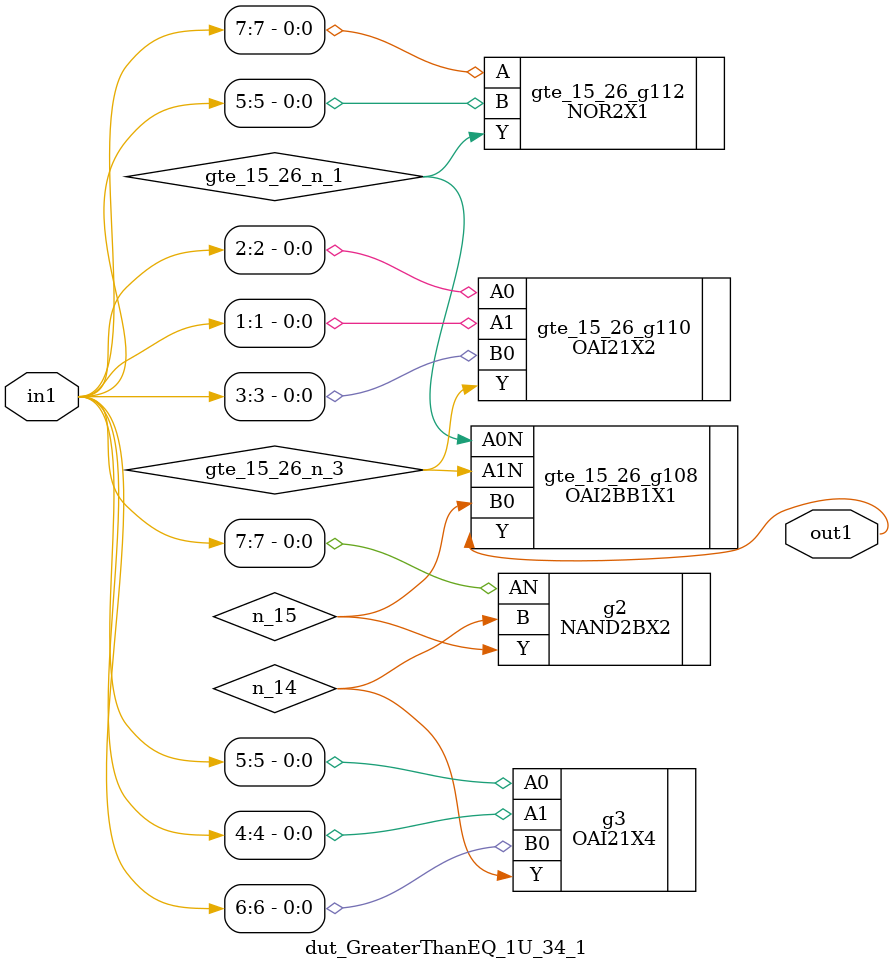
<source format=v>
`timescale 1ps / 1ps


module dut_GreaterThanEQ_1U_34_1(in1, out1);
  input [7:0] in1;
  output out1;
  wire [7:0] in1;
  wire out1;
  wire gte_15_26_n_1, gte_15_26_n_3, n_14, n_15;
  OAI2BB1X1 gte_15_26_g108(.A0N (gte_15_26_n_1), .A1N (gte_15_26_n_3),
       .B0 (n_15), .Y (out1));
  OAI21X2 gte_15_26_g110(.A0 (in1[2]), .A1 (in1[1]), .B0 (in1[3]), .Y
       (gte_15_26_n_3));
  NOR2X1 gte_15_26_g112(.A (in1[7]), .B (in1[5]), .Y (gte_15_26_n_1));
  NAND2BX2 g2(.AN (in1[7]), .B (n_14), .Y (n_15));
  OAI21X4 g3(.A0 (in1[5]), .A1 (in1[4]), .B0 (in1[6]), .Y (n_14));
endmodule



</source>
